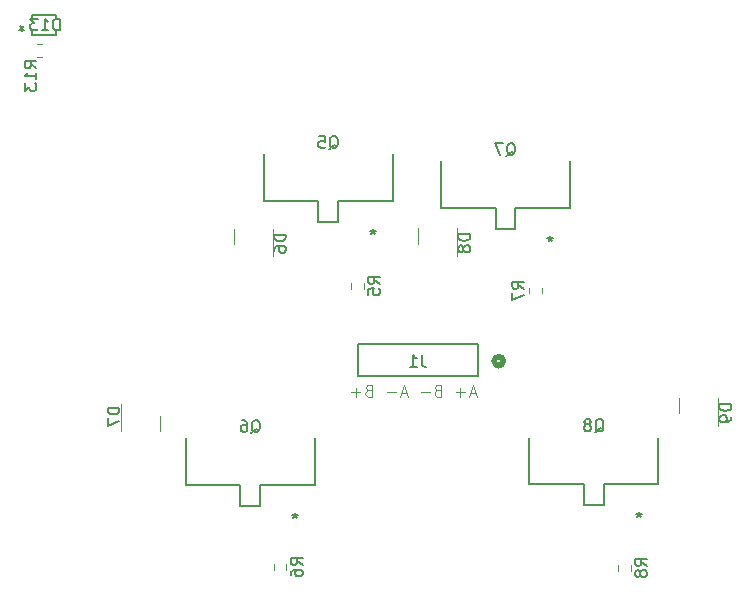
<source format=gbr>
%TF.GenerationSoftware,KiCad,Pcbnew,8.0.0*%
%TF.CreationDate,2025-02-07T11:41:03-03:30*%
%TF.ProjectId,H_Bridges,485f4272-6964-4676-9573-2e6b69636164,rev?*%
%TF.SameCoordinates,Original*%
%TF.FileFunction,Legend,Bot*%
%TF.FilePolarity,Positive*%
%FSLAX46Y46*%
G04 Gerber Fmt 4.6, Leading zero omitted, Abs format (unit mm)*
G04 Created by KiCad (PCBNEW 8.0.0) date 2025-02-07 11:41:03*
%MOMM*%
%LPD*%
G01*
G04 APERTURE LIST*
%ADD10C,0.100000*%
%ADD11C,0.150000*%
%ADD12C,0.120000*%
%ADD13C,0.152400*%
%ADD14C,0.508000*%
G04 APERTURE END LIST*
D10*
X166643734Y-81936704D02*
X166167544Y-81936704D01*
X166738972Y-82222419D02*
X166405639Y-81222419D01*
X166405639Y-81222419D02*
X166072306Y-82222419D01*
X165738972Y-81841466D02*
X164977068Y-81841466D01*
X165358020Y-82222419D02*
X165358020Y-81460514D01*
X163405639Y-81698609D02*
X163262782Y-81746228D01*
X163262782Y-81746228D02*
X163215163Y-81793847D01*
X163215163Y-81793847D02*
X163167544Y-81889085D01*
X163167544Y-81889085D02*
X163167544Y-82031942D01*
X163167544Y-82031942D02*
X163215163Y-82127180D01*
X163215163Y-82127180D02*
X163262782Y-82174800D01*
X163262782Y-82174800D02*
X163358020Y-82222419D01*
X163358020Y-82222419D02*
X163738972Y-82222419D01*
X163738972Y-82222419D02*
X163738972Y-81222419D01*
X163738972Y-81222419D02*
X163405639Y-81222419D01*
X163405639Y-81222419D02*
X163310401Y-81270038D01*
X163310401Y-81270038D02*
X163262782Y-81317657D01*
X163262782Y-81317657D02*
X163215163Y-81412895D01*
X163215163Y-81412895D02*
X163215163Y-81508133D01*
X163215163Y-81508133D02*
X163262782Y-81603371D01*
X163262782Y-81603371D02*
X163310401Y-81650990D01*
X163310401Y-81650990D02*
X163405639Y-81698609D01*
X163405639Y-81698609D02*
X163738972Y-81698609D01*
X162738972Y-81841466D02*
X161977068Y-81841466D01*
X160786591Y-81936704D02*
X160310401Y-81936704D01*
X160881829Y-82222419D02*
X160548496Y-81222419D01*
X160548496Y-81222419D02*
X160215163Y-82222419D01*
X159881829Y-81841466D02*
X159119925Y-81841466D01*
X157548496Y-81698609D02*
X157405639Y-81746228D01*
X157405639Y-81746228D02*
X157358020Y-81793847D01*
X157358020Y-81793847D02*
X157310401Y-81889085D01*
X157310401Y-81889085D02*
X157310401Y-82031942D01*
X157310401Y-82031942D02*
X157358020Y-82127180D01*
X157358020Y-82127180D02*
X157405639Y-82174800D01*
X157405639Y-82174800D02*
X157500877Y-82222419D01*
X157500877Y-82222419D02*
X157881829Y-82222419D01*
X157881829Y-82222419D02*
X157881829Y-81222419D01*
X157881829Y-81222419D02*
X157548496Y-81222419D01*
X157548496Y-81222419D02*
X157453258Y-81270038D01*
X157453258Y-81270038D02*
X157405639Y-81317657D01*
X157405639Y-81317657D02*
X157358020Y-81412895D01*
X157358020Y-81412895D02*
X157358020Y-81508133D01*
X157358020Y-81508133D02*
X157405639Y-81603371D01*
X157405639Y-81603371D02*
X157453258Y-81650990D01*
X157453258Y-81650990D02*
X157548496Y-81698609D01*
X157548496Y-81698609D02*
X157881829Y-81698609D01*
X156881829Y-81841466D02*
X156119925Y-81841466D01*
X156500877Y-82222419D02*
X156500877Y-81460514D01*
D11*
X188284819Y-82861905D02*
X187284819Y-82861905D01*
X187284819Y-82861905D02*
X187284819Y-83100000D01*
X187284819Y-83100000D02*
X187332438Y-83242857D01*
X187332438Y-83242857D02*
X187427676Y-83338095D01*
X187427676Y-83338095D02*
X187522914Y-83385714D01*
X187522914Y-83385714D02*
X187713390Y-83433333D01*
X187713390Y-83433333D02*
X187856247Y-83433333D01*
X187856247Y-83433333D02*
X188046723Y-83385714D01*
X188046723Y-83385714D02*
X188141961Y-83338095D01*
X188141961Y-83338095D02*
X188237200Y-83242857D01*
X188237200Y-83242857D02*
X188284819Y-83100000D01*
X188284819Y-83100000D02*
X188284819Y-82861905D01*
X188284819Y-83909524D02*
X188284819Y-84100000D01*
X188284819Y-84100000D02*
X188237200Y-84195238D01*
X188237200Y-84195238D02*
X188189580Y-84242857D01*
X188189580Y-84242857D02*
X188046723Y-84338095D01*
X188046723Y-84338095D02*
X187856247Y-84385714D01*
X187856247Y-84385714D02*
X187475295Y-84385714D01*
X187475295Y-84385714D02*
X187380057Y-84338095D01*
X187380057Y-84338095D02*
X187332438Y-84290476D01*
X187332438Y-84290476D02*
X187284819Y-84195238D01*
X187284819Y-84195238D02*
X187284819Y-84004762D01*
X187284819Y-84004762D02*
X187332438Y-83909524D01*
X187332438Y-83909524D02*
X187380057Y-83861905D01*
X187380057Y-83861905D02*
X187475295Y-83814286D01*
X187475295Y-83814286D02*
X187713390Y-83814286D01*
X187713390Y-83814286D02*
X187808628Y-83861905D01*
X187808628Y-83861905D02*
X187856247Y-83909524D01*
X187856247Y-83909524D02*
X187903866Y-84004762D01*
X187903866Y-84004762D02*
X187903866Y-84195238D01*
X187903866Y-84195238D02*
X187856247Y-84290476D01*
X187856247Y-84290476D02*
X187808628Y-84338095D01*
X187808628Y-84338095D02*
X187713390Y-84385714D01*
X151984819Y-96483333D02*
X151508628Y-96150000D01*
X151984819Y-95911905D02*
X150984819Y-95911905D01*
X150984819Y-95911905D02*
X150984819Y-96292857D01*
X150984819Y-96292857D02*
X151032438Y-96388095D01*
X151032438Y-96388095D02*
X151080057Y-96435714D01*
X151080057Y-96435714D02*
X151175295Y-96483333D01*
X151175295Y-96483333D02*
X151318152Y-96483333D01*
X151318152Y-96483333D02*
X151413390Y-96435714D01*
X151413390Y-96435714D02*
X151461009Y-96388095D01*
X151461009Y-96388095D02*
X151508628Y-96292857D01*
X151508628Y-96292857D02*
X151508628Y-95911905D01*
X150984819Y-97340476D02*
X150984819Y-97150000D01*
X150984819Y-97150000D02*
X151032438Y-97054762D01*
X151032438Y-97054762D02*
X151080057Y-97007143D01*
X151080057Y-97007143D02*
X151222914Y-96911905D01*
X151222914Y-96911905D02*
X151413390Y-96864286D01*
X151413390Y-96864286D02*
X151794342Y-96864286D01*
X151794342Y-96864286D02*
X151889580Y-96911905D01*
X151889580Y-96911905D02*
X151937200Y-96959524D01*
X151937200Y-96959524D02*
X151984819Y-97054762D01*
X151984819Y-97054762D02*
X151984819Y-97245238D01*
X151984819Y-97245238D02*
X151937200Y-97340476D01*
X151937200Y-97340476D02*
X151889580Y-97388095D01*
X151889580Y-97388095D02*
X151794342Y-97435714D01*
X151794342Y-97435714D02*
X151556247Y-97435714D01*
X151556247Y-97435714D02*
X151461009Y-97388095D01*
X151461009Y-97388095D02*
X151413390Y-97340476D01*
X151413390Y-97340476D02*
X151365771Y-97245238D01*
X151365771Y-97245238D02*
X151365771Y-97054762D01*
X151365771Y-97054762D02*
X151413390Y-96959524D01*
X151413390Y-96959524D02*
X151461009Y-96911905D01*
X151461009Y-96911905D02*
X151556247Y-96864286D01*
X158534819Y-72683333D02*
X158058628Y-72350000D01*
X158534819Y-72111905D02*
X157534819Y-72111905D01*
X157534819Y-72111905D02*
X157534819Y-72492857D01*
X157534819Y-72492857D02*
X157582438Y-72588095D01*
X157582438Y-72588095D02*
X157630057Y-72635714D01*
X157630057Y-72635714D02*
X157725295Y-72683333D01*
X157725295Y-72683333D02*
X157868152Y-72683333D01*
X157868152Y-72683333D02*
X157963390Y-72635714D01*
X157963390Y-72635714D02*
X158011009Y-72588095D01*
X158011009Y-72588095D02*
X158058628Y-72492857D01*
X158058628Y-72492857D02*
X158058628Y-72111905D01*
X157534819Y-73588095D02*
X157534819Y-73111905D01*
X157534819Y-73111905D02*
X158011009Y-73064286D01*
X158011009Y-73064286D02*
X157963390Y-73111905D01*
X157963390Y-73111905D02*
X157915771Y-73207143D01*
X157915771Y-73207143D02*
X157915771Y-73445238D01*
X157915771Y-73445238D02*
X157963390Y-73540476D01*
X157963390Y-73540476D02*
X158011009Y-73588095D01*
X158011009Y-73588095D02*
X158106247Y-73635714D01*
X158106247Y-73635714D02*
X158344342Y-73635714D01*
X158344342Y-73635714D02*
X158439580Y-73588095D01*
X158439580Y-73588095D02*
X158487200Y-73540476D01*
X158487200Y-73540476D02*
X158534819Y-73445238D01*
X158534819Y-73445238D02*
X158534819Y-73207143D01*
X158534819Y-73207143D02*
X158487200Y-73111905D01*
X158487200Y-73111905D02*
X158439580Y-73064286D01*
X129457419Y-54417142D02*
X128981228Y-54083809D01*
X129457419Y-53845714D02*
X128457419Y-53845714D01*
X128457419Y-53845714D02*
X128457419Y-54226666D01*
X128457419Y-54226666D02*
X128505038Y-54321904D01*
X128505038Y-54321904D02*
X128552657Y-54369523D01*
X128552657Y-54369523D02*
X128647895Y-54417142D01*
X128647895Y-54417142D02*
X128790752Y-54417142D01*
X128790752Y-54417142D02*
X128885990Y-54369523D01*
X128885990Y-54369523D02*
X128933609Y-54321904D01*
X128933609Y-54321904D02*
X128981228Y-54226666D01*
X128981228Y-54226666D02*
X128981228Y-53845714D01*
X129457419Y-55369523D02*
X129457419Y-54798095D01*
X129457419Y-55083809D02*
X128457419Y-55083809D01*
X128457419Y-55083809D02*
X128600276Y-54988571D01*
X128600276Y-54988571D02*
X128695514Y-54893333D01*
X128695514Y-54893333D02*
X128743133Y-54798095D01*
X128457419Y-55702857D02*
X128457419Y-56321904D01*
X128457419Y-56321904D02*
X128838371Y-55988571D01*
X128838371Y-55988571D02*
X128838371Y-56131428D01*
X128838371Y-56131428D02*
X128885990Y-56226666D01*
X128885990Y-56226666D02*
X128933609Y-56274285D01*
X128933609Y-56274285D02*
X129028847Y-56321904D01*
X129028847Y-56321904D02*
X129266942Y-56321904D01*
X129266942Y-56321904D02*
X129362180Y-56274285D01*
X129362180Y-56274285D02*
X129409800Y-56226666D01*
X129409800Y-56226666D02*
X129457419Y-56131428D01*
X129457419Y-56131428D02*
X129457419Y-55845714D01*
X129457419Y-55845714D02*
X129409800Y-55750476D01*
X129409800Y-55750476D02*
X129362180Y-55702857D01*
X162069183Y-78678169D02*
X162069183Y-79392454D01*
X162069183Y-79392454D02*
X162116802Y-79535311D01*
X162116802Y-79535311D02*
X162212040Y-79630550D01*
X162212040Y-79630550D02*
X162354897Y-79678169D01*
X162354897Y-79678169D02*
X162450135Y-79678169D01*
X161069183Y-79678169D02*
X161640611Y-79678169D01*
X161354897Y-79678169D02*
X161354897Y-78678169D01*
X161354897Y-78678169D02*
X161450135Y-78821026D01*
X161450135Y-78821026D02*
X161545373Y-78916264D01*
X161545373Y-78916264D02*
X161640611Y-78963883D01*
X181134819Y-96546033D02*
X180658628Y-96212700D01*
X181134819Y-95974605D02*
X180134819Y-95974605D01*
X180134819Y-95974605D02*
X180134819Y-96355557D01*
X180134819Y-96355557D02*
X180182438Y-96450795D01*
X180182438Y-96450795D02*
X180230057Y-96498414D01*
X180230057Y-96498414D02*
X180325295Y-96546033D01*
X180325295Y-96546033D02*
X180468152Y-96546033D01*
X180468152Y-96546033D02*
X180563390Y-96498414D01*
X180563390Y-96498414D02*
X180611009Y-96450795D01*
X180611009Y-96450795D02*
X180658628Y-96355557D01*
X180658628Y-96355557D02*
X180658628Y-95974605D01*
X180563390Y-97117462D02*
X180515771Y-97022224D01*
X180515771Y-97022224D02*
X180468152Y-96974605D01*
X180468152Y-96974605D02*
X180372914Y-96926986D01*
X180372914Y-96926986D02*
X180325295Y-96926986D01*
X180325295Y-96926986D02*
X180230057Y-96974605D01*
X180230057Y-96974605D02*
X180182438Y-97022224D01*
X180182438Y-97022224D02*
X180134819Y-97117462D01*
X180134819Y-97117462D02*
X180134819Y-97307938D01*
X180134819Y-97307938D02*
X180182438Y-97403176D01*
X180182438Y-97403176D02*
X180230057Y-97450795D01*
X180230057Y-97450795D02*
X180325295Y-97498414D01*
X180325295Y-97498414D02*
X180372914Y-97498414D01*
X180372914Y-97498414D02*
X180468152Y-97450795D01*
X180468152Y-97450795D02*
X180515771Y-97403176D01*
X180515771Y-97403176D02*
X180563390Y-97307938D01*
X180563390Y-97307938D02*
X180563390Y-97117462D01*
X180563390Y-97117462D02*
X180611009Y-97022224D01*
X180611009Y-97022224D02*
X180658628Y-96974605D01*
X180658628Y-96974605D02*
X180753866Y-96926986D01*
X180753866Y-96926986D02*
X180944342Y-96926986D01*
X180944342Y-96926986D02*
X181039580Y-96974605D01*
X181039580Y-96974605D02*
X181087200Y-97022224D01*
X181087200Y-97022224D02*
X181134819Y-97117462D01*
X181134819Y-97117462D02*
X181134819Y-97307938D01*
X181134819Y-97307938D02*
X181087200Y-97403176D01*
X181087200Y-97403176D02*
X181039580Y-97450795D01*
X181039580Y-97450795D02*
X180944342Y-97498414D01*
X180944342Y-97498414D02*
X180753866Y-97498414D01*
X180753866Y-97498414D02*
X180658628Y-97450795D01*
X180658628Y-97450795D02*
X180611009Y-97403176D01*
X180611009Y-97403176D02*
X180563390Y-97307938D01*
X131414285Y-51214819D02*
X131414285Y-50214819D01*
X131414285Y-50214819D02*
X131176190Y-50214819D01*
X131176190Y-50214819D02*
X131033333Y-50262438D01*
X131033333Y-50262438D02*
X130938095Y-50357676D01*
X130938095Y-50357676D02*
X130890476Y-50452914D01*
X130890476Y-50452914D02*
X130842857Y-50643390D01*
X130842857Y-50643390D02*
X130842857Y-50786247D01*
X130842857Y-50786247D02*
X130890476Y-50976723D01*
X130890476Y-50976723D02*
X130938095Y-51071961D01*
X130938095Y-51071961D02*
X131033333Y-51167200D01*
X131033333Y-51167200D02*
X131176190Y-51214819D01*
X131176190Y-51214819D02*
X131414285Y-51214819D01*
X129890476Y-51214819D02*
X130461904Y-51214819D01*
X130176190Y-51214819D02*
X130176190Y-50214819D01*
X130176190Y-50214819D02*
X130271428Y-50357676D01*
X130271428Y-50357676D02*
X130366666Y-50452914D01*
X130366666Y-50452914D02*
X130461904Y-50500533D01*
X129557142Y-50214819D02*
X128938095Y-50214819D01*
X128938095Y-50214819D02*
X129271428Y-50595771D01*
X129271428Y-50595771D02*
X129128571Y-50595771D01*
X129128571Y-50595771D02*
X129033333Y-50643390D01*
X129033333Y-50643390D02*
X128985714Y-50691009D01*
X128985714Y-50691009D02*
X128938095Y-50786247D01*
X128938095Y-50786247D02*
X128938095Y-51024342D01*
X128938095Y-51024342D02*
X128985714Y-51119580D01*
X128985714Y-51119580D02*
X129033333Y-51167200D01*
X129033333Y-51167200D02*
X129128571Y-51214819D01*
X129128571Y-51214819D02*
X129414285Y-51214819D01*
X129414285Y-51214819D02*
X129509523Y-51167200D01*
X129509523Y-51167200D02*
X129557142Y-51119580D01*
X128195000Y-51305180D02*
X128195000Y-51067085D01*
X127956905Y-51162323D02*
X128195000Y-51067085D01*
X128195000Y-51067085D02*
X128433095Y-51162323D01*
X128052143Y-50876609D02*
X128195000Y-51067085D01*
X128195000Y-51067085D02*
X128337857Y-50876609D01*
X128195000Y-51305180D02*
X128195000Y-51067085D01*
X127956905Y-51162323D02*
X128195000Y-51067085D01*
X128195000Y-51067085D02*
X128433095Y-51162323D01*
X128052143Y-50876609D02*
X128195000Y-51067085D01*
X128195000Y-51067085D02*
X128337857Y-50876609D01*
X147645238Y-85302257D02*
X147740476Y-85254638D01*
X147740476Y-85254638D02*
X147835714Y-85159400D01*
X147835714Y-85159400D02*
X147978571Y-85016542D01*
X147978571Y-85016542D02*
X148073809Y-84968923D01*
X148073809Y-84968923D02*
X148169047Y-84968923D01*
X148121428Y-85207019D02*
X148216666Y-85159400D01*
X148216666Y-85159400D02*
X148311904Y-85064161D01*
X148311904Y-85064161D02*
X148359523Y-84873685D01*
X148359523Y-84873685D02*
X148359523Y-84540352D01*
X148359523Y-84540352D02*
X148311904Y-84349876D01*
X148311904Y-84349876D02*
X148216666Y-84254638D01*
X148216666Y-84254638D02*
X148121428Y-84207019D01*
X148121428Y-84207019D02*
X147930952Y-84207019D01*
X147930952Y-84207019D02*
X147835714Y-84254638D01*
X147835714Y-84254638D02*
X147740476Y-84349876D01*
X147740476Y-84349876D02*
X147692857Y-84540352D01*
X147692857Y-84540352D02*
X147692857Y-84873685D01*
X147692857Y-84873685D02*
X147740476Y-85064161D01*
X147740476Y-85064161D02*
X147835714Y-85159400D01*
X147835714Y-85159400D02*
X147930952Y-85207019D01*
X147930952Y-85207019D02*
X148121428Y-85207019D01*
X146835714Y-84207019D02*
X147026190Y-84207019D01*
X147026190Y-84207019D02*
X147121428Y-84254638D01*
X147121428Y-84254638D02*
X147169047Y-84302257D01*
X147169047Y-84302257D02*
X147264285Y-84445114D01*
X147264285Y-84445114D02*
X147311904Y-84635590D01*
X147311904Y-84635590D02*
X147311904Y-85016542D01*
X147311904Y-85016542D02*
X147264285Y-85111780D01*
X147264285Y-85111780D02*
X147216666Y-85159400D01*
X147216666Y-85159400D02*
X147121428Y-85207019D01*
X147121428Y-85207019D02*
X146930952Y-85207019D01*
X146930952Y-85207019D02*
X146835714Y-85159400D01*
X146835714Y-85159400D02*
X146788095Y-85111780D01*
X146788095Y-85111780D02*
X146740476Y-85016542D01*
X146740476Y-85016542D02*
X146740476Y-84778447D01*
X146740476Y-84778447D02*
X146788095Y-84683209D01*
X146788095Y-84683209D02*
X146835714Y-84635590D01*
X146835714Y-84635590D02*
X146930952Y-84587971D01*
X146930952Y-84587971D02*
X147121428Y-84587971D01*
X147121428Y-84587971D02*
X147216666Y-84635590D01*
X147216666Y-84635590D02*
X147264285Y-84683209D01*
X147264285Y-84683209D02*
X147311904Y-84778447D01*
X151359999Y-92081019D02*
X151359999Y-92319114D01*
X151598094Y-92223876D02*
X151359999Y-92319114D01*
X151359999Y-92319114D02*
X151121904Y-92223876D01*
X151502856Y-92509590D02*
X151359999Y-92319114D01*
X151359999Y-92319114D02*
X151217142Y-92509590D01*
X151359999Y-92081019D02*
X151359999Y-92319114D01*
X151598094Y-92223876D02*
X151359999Y-92319114D01*
X151359999Y-92319114D02*
X151121904Y-92223876D01*
X151502856Y-92509590D02*
X151359999Y-92319114D01*
X151359999Y-92319114D02*
X151217142Y-92509590D01*
X136474819Y-83161905D02*
X135474819Y-83161905D01*
X135474819Y-83161905D02*
X135474819Y-83400000D01*
X135474819Y-83400000D02*
X135522438Y-83542857D01*
X135522438Y-83542857D02*
X135617676Y-83638095D01*
X135617676Y-83638095D02*
X135712914Y-83685714D01*
X135712914Y-83685714D02*
X135903390Y-83733333D01*
X135903390Y-83733333D02*
X136046247Y-83733333D01*
X136046247Y-83733333D02*
X136236723Y-83685714D01*
X136236723Y-83685714D02*
X136331961Y-83638095D01*
X136331961Y-83638095D02*
X136427200Y-83542857D01*
X136427200Y-83542857D02*
X136474819Y-83400000D01*
X136474819Y-83400000D02*
X136474819Y-83161905D01*
X135474819Y-84066667D02*
X135474819Y-84733333D01*
X135474819Y-84733333D02*
X136474819Y-84304762D01*
X176745238Y-85250057D02*
X176840476Y-85202438D01*
X176840476Y-85202438D02*
X176935714Y-85107200D01*
X176935714Y-85107200D02*
X177078571Y-84964342D01*
X177078571Y-84964342D02*
X177173809Y-84916723D01*
X177173809Y-84916723D02*
X177269047Y-84916723D01*
X177221428Y-85154819D02*
X177316666Y-85107200D01*
X177316666Y-85107200D02*
X177411904Y-85011961D01*
X177411904Y-85011961D02*
X177459523Y-84821485D01*
X177459523Y-84821485D02*
X177459523Y-84488152D01*
X177459523Y-84488152D02*
X177411904Y-84297676D01*
X177411904Y-84297676D02*
X177316666Y-84202438D01*
X177316666Y-84202438D02*
X177221428Y-84154819D01*
X177221428Y-84154819D02*
X177030952Y-84154819D01*
X177030952Y-84154819D02*
X176935714Y-84202438D01*
X176935714Y-84202438D02*
X176840476Y-84297676D01*
X176840476Y-84297676D02*
X176792857Y-84488152D01*
X176792857Y-84488152D02*
X176792857Y-84821485D01*
X176792857Y-84821485D02*
X176840476Y-85011961D01*
X176840476Y-85011961D02*
X176935714Y-85107200D01*
X176935714Y-85107200D02*
X177030952Y-85154819D01*
X177030952Y-85154819D02*
X177221428Y-85154819D01*
X176221428Y-84583390D02*
X176316666Y-84535771D01*
X176316666Y-84535771D02*
X176364285Y-84488152D01*
X176364285Y-84488152D02*
X176411904Y-84392914D01*
X176411904Y-84392914D02*
X176411904Y-84345295D01*
X176411904Y-84345295D02*
X176364285Y-84250057D01*
X176364285Y-84250057D02*
X176316666Y-84202438D01*
X176316666Y-84202438D02*
X176221428Y-84154819D01*
X176221428Y-84154819D02*
X176030952Y-84154819D01*
X176030952Y-84154819D02*
X175935714Y-84202438D01*
X175935714Y-84202438D02*
X175888095Y-84250057D01*
X175888095Y-84250057D02*
X175840476Y-84345295D01*
X175840476Y-84345295D02*
X175840476Y-84392914D01*
X175840476Y-84392914D02*
X175888095Y-84488152D01*
X175888095Y-84488152D02*
X175935714Y-84535771D01*
X175935714Y-84535771D02*
X176030952Y-84583390D01*
X176030952Y-84583390D02*
X176221428Y-84583390D01*
X176221428Y-84583390D02*
X176316666Y-84631009D01*
X176316666Y-84631009D02*
X176364285Y-84678628D01*
X176364285Y-84678628D02*
X176411904Y-84773866D01*
X176411904Y-84773866D02*
X176411904Y-84964342D01*
X176411904Y-84964342D02*
X176364285Y-85059580D01*
X176364285Y-85059580D02*
X176316666Y-85107200D01*
X176316666Y-85107200D02*
X176221428Y-85154819D01*
X176221428Y-85154819D02*
X176030952Y-85154819D01*
X176030952Y-85154819D02*
X175935714Y-85107200D01*
X175935714Y-85107200D02*
X175888095Y-85059580D01*
X175888095Y-85059580D02*
X175840476Y-84964342D01*
X175840476Y-84964342D02*
X175840476Y-84773866D01*
X175840476Y-84773866D02*
X175888095Y-84678628D01*
X175888095Y-84678628D02*
X175935714Y-84631009D01*
X175935714Y-84631009D02*
X176030952Y-84583390D01*
X180459999Y-92028819D02*
X180459999Y-92266914D01*
X180698094Y-92171676D02*
X180459999Y-92266914D01*
X180459999Y-92266914D02*
X180221904Y-92171676D01*
X180602856Y-92457390D02*
X180459999Y-92266914D01*
X180459999Y-92266914D02*
X180317142Y-92457390D01*
X180459999Y-92028819D02*
X180459999Y-92266914D01*
X180698094Y-92171676D02*
X180459999Y-92266914D01*
X180459999Y-92266914D02*
X180221904Y-92171676D01*
X180602856Y-92457390D02*
X180459999Y-92266914D01*
X180459999Y-92266914D02*
X180317142Y-92457390D01*
X166175569Y-68472655D02*
X165175569Y-68472655D01*
X165175569Y-68472655D02*
X165175569Y-68710750D01*
X165175569Y-68710750D02*
X165223188Y-68853607D01*
X165223188Y-68853607D02*
X165318426Y-68948845D01*
X165318426Y-68948845D02*
X165413664Y-68996464D01*
X165413664Y-68996464D02*
X165604140Y-69044083D01*
X165604140Y-69044083D02*
X165746997Y-69044083D01*
X165746997Y-69044083D02*
X165937473Y-68996464D01*
X165937473Y-68996464D02*
X166032711Y-68948845D01*
X166032711Y-68948845D02*
X166127950Y-68853607D01*
X166127950Y-68853607D02*
X166175569Y-68710750D01*
X166175569Y-68710750D02*
X166175569Y-68472655D01*
X165604140Y-69615512D02*
X165556521Y-69520274D01*
X165556521Y-69520274D02*
X165508902Y-69472655D01*
X165508902Y-69472655D02*
X165413664Y-69425036D01*
X165413664Y-69425036D02*
X165366045Y-69425036D01*
X165366045Y-69425036D02*
X165270807Y-69472655D01*
X165270807Y-69472655D02*
X165223188Y-69520274D01*
X165223188Y-69520274D02*
X165175569Y-69615512D01*
X165175569Y-69615512D02*
X165175569Y-69805988D01*
X165175569Y-69805988D02*
X165223188Y-69901226D01*
X165223188Y-69901226D02*
X165270807Y-69948845D01*
X165270807Y-69948845D02*
X165366045Y-69996464D01*
X165366045Y-69996464D02*
X165413664Y-69996464D01*
X165413664Y-69996464D02*
X165508902Y-69948845D01*
X165508902Y-69948845D02*
X165556521Y-69901226D01*
X165556521Y-69901226D02*
X165604140Y-69805988D01*
X165604140Y-69805988D02*
X165604140Y-69615512D01*
X165604140Y-69615512D02*
X165651759Y-69520274D01*
X165651759Y-69520274D02*
X165699378Y-69472655D01*
X165699378Y-69472655D02*
X165794616Y-69425036D01*
X165794616Y-69425036D02*
X165985092Y-69425036D01*
X165985092Y-69425036D02*
X166080330Y-69472655D01*
X166080330Y-69472655D02*
X166127950Y-69520274D01*
X166127950Y-69520274D02*
X166175569Y-69615512D01*
X166175569Y-69615512D02*
X166175569Y-69805988D01*
X166175569Y-69805988D02*
X166127950Y-69901226D01*
X166127950Y-69901226D02*
X166080330Y-69948845D01*
X166080330Y-69948845D02*
X165985092Y-69996464D01*
X165985092Y-69996464D02*
X165794616Y-69996464D01*
X165794616Y-69996464D02*
X165699378Y-69948845D01*
X165699378Y-69948845D02*
X165651759Y-69901226D01*
X165651759Y-69901226D02*
X165604140Y-69805988D01*
X170724819Y-73083333D02*
X170248628Y-72750000D01*
X170724819Y-72511905D02*
X169724819Y-72511905D01*
X169724819Y-72511905D02*
X169724819Y-72892857D01*
X169724819Y-72892857D02*
X169772438Y-72988095D01*
X169772438Y-72988095D02*
X169820057Y-73035714D01*
X169820057Y-73035714D02*
X169915295Y-73083333D01*
X169915295Y-73083333D02*
X170058152Y-73083333D01*
X170058152Y-73083333D02*
X170153390Y-73035714D01*
X170153390Y-73035714D02*
X170201009Y-72988095D01*
X170201009Y-72988095D02*
X170248628Y-72892857D01*
X170248628Y-72892857D02*
X170248628Y-72511905D01*
X169724819Y-73416667D02*
X169724819Y-74083333D01*
X169724819Y-74083333D02*
X170724819Y-73654762D01*
X154235988Y-61268007D02*
X154331226Y-61220388D01*
X154331226Y-61220388D02*
X154426464Y-61125150D01*
X154426464Y-61125150D02*
X154569321Y-60982292D01*
X154569321Y-60982292D02*
X154664559Y-60934673D01*
X154664559Y-60934673D02*
X154759797Y-60934673D01*
X154712178Y-61172769D02*
X154807416Y-61125150D01*
X154807416Y-61125150D02*
X154902654Y-61029911D01*
X154902654Y-61029911D02*
X154950273Y-60839435D01*
X154950273Y-60839435D02*
X154950273Y-60506102D01*
X154950273Y-60506102D02*
X154902654Y-60315626D01*
X154902654Y-60315626D02*
X154807416Y-60220388D01*
X154807416Y-60220388D02*
X154712178Y-60172769D01*
X154712178Y-60172769D02*
X154521702Y-60172769D01*
X154521702Y-60172769D02*
X154426464Y-60220388D01*
X154426464Y-60220388D02*
X154331226Y-60315626D01*
X154331226Y-60315626D02*
X154283607Y-60506102D01*
X154283607Y-60506102D02*
X154283607Y-60839435D01*
X154283607Y-60839435D02*
X154331226Y-61029911D01*
X154331226Y-61029911D02*
X154426464Y-61125150D01*
X154426464Y-61125150D02*
X154521702Y-61172769D01*
X154521702Y-61172769D02*
X154712178Y-61172769D01*
X153378845Y-60172769D02*
X153855035Y-60172769D01*
X153855035Y-60172769D02*
X153902654Y-60648959D01*
X153902654Y-60648959D02*
X153855035Y-60601340D01*
X153855035Y-60601340D02*
X153759797Y-60553721D01*
X153759797Y-60553721D02*
X153521702Y-60553721D01*
X153521702Y-60553721D02*
X153426464Y-60601340D01*
X153426464Y-60601340D02*
X153378845Y-60648959D01*
X153378845Y-60648959D02*
X153331226Y-60744197D01*
X153331226Y-60744197D02*
X153331226Y-60982292D01*
X153331226Y-60982292D02*
X153378845Y-61077530D01*
X153378845Y-61077530D02*
X153426464Y-61125150D01*
X153426464Y-61125150D02*
X153521702Y-61172769D01*
X153521702Y-61172769D02*
X153759797Y-61172769D01*
X153759797Y-61172769D02*
X153855035Y-61125150D01*
X153855035Y-61125150D02*
X153902654Y-61077530D01*
X157950749Y-68046769D02*
X157950749Y-68284864D01*
X158188844Y-68189626D02*
X157950749Y-68284864D01*
X157950749Y-68284864D02*
X157712654Y-68189626D01*
X158093606Y-68475340D02*
X157950749Y-68284864D01*
X157950749Y-68284864D02*
X157807892Y-68475340D01*
X157950749Y-68046769D02*
X157950749Y-68284864D01*
X158188844Y-68189626D02*
X157950749Y-68284864D01*
X157950749Y-68284864D02*
X157712654Y-68189626D01*
X158093606Y-68475340D02*
X157950749Y-68284864D01*
X157950749Y-68284864D02*
X157807892Y-68475340D01*
X169245238Y-61850057D02*
X169340476Y-61802438D01*
X169340476Y-61802438D02*
X169435714Y-61707200D01*
X169435714Y-61707200D02*
X169578571Y-61564342D01*
X169578571Y-61564342D02*
X169673809Y-61516723D01*
X169673809Y-61516723D02*
X169769047Y-61516723D01*
X169721428Y-61754819D02*
X169816666Y-61707200D01*
X169816666Y-61707200D02*
X169911904Y-61611961D01*
X169911904Y-61611961D02*
X169959523Y-61421485D01*
X169959523Y-61421485D02*
X169959523Y-61088152D01*
X169959523Y-61088152D02*
X169911904Y-60897676D01*
X169911904Y-60897676D02*
X169816666Y-60802438D01*
X169816666Y-60802438D02*
X169721428Y-60754819D01*
X169721428Y-60754819D02*
X169530952Y-60754819D01*
X169530952Y-60754819D02*
X169435714Y-60802438D01*
X169435714Y-60802438D02*
X169340476Y-60897676D01*
X169340476Y-60897676D02*
X169292857Y-61088152D01*
X169292857Y-61088152D02*
X169292857Y-61421485D01*
X169292857Y-61421485D02*
X169340476Y-61611961D01*
X169340476Y-61611961D02*
X169435714Y-61707200D01*
X169435714Y-61707200D02*
X169530952Y-61754819D01*
X169530952Y-61754819D02*
X169721428Y-61754819D01*
X168959523Y-60754819D02*
X168292857Y-60754819D01*
X168292857Y-60754819D02*
X168721428Y-61754819D01*
X172959999Y-68628819D02*
X172959999Y-68866914D01*
X173198094Y-68771676D02*
X172959999Y-68866914D01*
X172959999Y-68866914D02*
X172721904Y-68771676D01*
X173102856Y-69057390D02*
X172959999Y-68866914D01*
X172959999Y-68866914D02*
X172817142Y-69057390D01*
X172959999Y-68628819D02*
X172959999Y-68866914D01*
X173198094Y-68771676D02*
X172959999Y-68866914D01*
X172959999Y-68866914D02*
X172721904Y-68771676D01*
X173102856Y-69057390D02*
X172959999Y-68866914D01*
X172959999Y-68866914D02*
X172817142Y-69057390D01*
X150575569Y-68502655D02*
X149575569Y-68502655D01*
X149575569Y-68502655D02*
X149575569Y-68740750D01*
X149575569Y-68740750D02*
X149623188Y-68883607D01*
X149623188Y-68883607D02*
X149718426Y-68978845D01*
X149718426Y-68978845D02*
X149813664Y-69026464D01*
X149813664Y-69026464D02*
X150004140Y-69074083D01*
X150004140Y-69074083D02*
X150146997Y-69074083D01*
X150146997Y-69074083D02*
X150337473Y-69026464D01*
X150337473Y-69026464D02*
X150432711Y-68978845D01*
X150432711Y-68978845D02*
X150527950Y-68883607D01*
X150527950Y-68883607D02*
X150575569Y-68740750D01*
X150575569Y-68740750D02*
X150575569Y-68502655D01*
X149575569Y-69931226D02*
X149575569Y-69740750D01*
X149575569Y-69740750D02*
X149623188Y-69645512D01*
X149623188Y-69645512D02*
X149670807Y-69597893D01*
X149670807Y-69597893D02*
X149813664Y-69502655D01*
X149813664Y-69502655D02*
X150004140Y-69455036D01*
X150004140Y-69455036D02*
X150385092Y-69455036D01*
X150385092Y-69455036D02*
X150480330Y-69502655D01*
X150480330Y-69502655D02*
X150527950Y-69550274D01*
X150527950Y-69550274D02*
X150575569Y-69645512D01*
X150575569Y-69645512D02*
X150575569Y-69835988D01*
X150575569Y-69835988D02*
X150527950Y-69931226D01*
X150527950Y-69931226D02*
X150480330Y-69978845D01*
X150480330Y-69978845D02*
X150385092Y-70026464D01*
X150385092Y-70026464D02*
X150146997Y-70026464D01*
X150146997Y-70026464D02*
X150051759Y-69978845D01*
X150051759Y-69978845D02*
X150004140Y-69931226D01*
X150004140Y-69931226D02*
X149956521Y-69835988D01*
X149956521Y-69835988D02*
X149956521Y-69645512D01*
X149956521Y-69645512D02*
X150004140Y-69550274D01*
X150004140Y-69550274D02*
X150051759Y-69502655D01*
X150051759Y-69502655D02*
X150146997Y-69455036D01*
D12*
%TO.C,D9*%
X183900000Y-82350000D02*
X183900000Y-83000000D01*
X183900000Y-83650000D02*
X183900000Y-83000000D01*
X187200000Y-82350000D02*
X187200000Y-83000000D01*
X187200000Y-84675000D02*
X187200000Y-83000000D01*
%TO.C,R6*%
X149577500Y-96412742D02*
X149577500Y-96887258D01*
X150622500Y-96412742D02*
X150622500Y-96887258D01*
%TO.C,R5*%
X156127500Y-72612742D02*
X156127500Y-73087258D01*
X157172500Y-72612742D02*
X157172500Y-73087258D01*
%TO.C,R13*%
X129939858Y-52387500D02*
X129465342Y-52387500D01*
X129939858Y-53432500D02*
X129465342Y-53432500D01*
D13*
%TO.C,J1*%
X156655850Y-77746350D02*
X156658649Y-80467950D01*
X156658649Y-80467950D02*
X166818649Y-80467950D01*
X166815850Y-77746350D02*
X156655850Y-77746350D01*
X166818649Y-80467950D02*
X166815850Y-77746350D01*
D14*
X168974850Y-79223350D02*
G75*
G02*
X168212850Y-79223350I-381000J0D01*
G01*
X168212850Y-79223350D02*
G75*
G02*
X168974850Y-79223350I381000J0D01*
G01*
D12*
%TO.C,R8*%
X178727500Y-96475442D02*
X178727500Y-96949958D01*
X179772500Y-96475442D02*
X179772500Y-96949958D01*
D13*
%TO.C,D13*%
X129071300Y-49934500D02*
X129071300Y-50249460D01*
X129071300Y-51270540D02*
X129071300Y-51585500D01*
X129071300Y-51585500D02*
X131128700Y-51585500D01*
X131128700Y-49934500D02*
X129071300Y-49934500D01*
X131128700Y-50249460D02*
X131128700Y-49934500D01*
X131128700Y-51585500D02*
X131128700Y-51270540D01*
%TO.C,Q6*%
X142089000Y-85754849D02*
X142089000Y-89705200D01*
X142089000Y-89705200D02*
X146724500Y-89705200D01*
X146724500Y-89705200D02*
X146724500Y-91483200D01*
X146724500Y-91483200D02*
X148375500Y-91483200D01*
X148375500Y-89705200D02*
X153011000Y-89705200D01*
X148375500Y-91483200D02*
X148375500Y-89705200D01*
X153011000Y-89705200D02*
X153011000Y-85754849D01*
D12*
%TO.C,D7*%
X136650000Y-82825000D02*
X136650000Y-84500000D01*
X136650000Y-85150000D02*
X136650000Y-84500000D01*
X139950000Y-83850000D02*
X139950000Y-84500000D01*
X139950000Y-85150000D02*
X139950000Y-84500000D01*
D13*
%TO.C,Q8*%
X171189000Y-85702649D02*
X171189000Y-89653000D01*
X171189000Y-89653000D02*
X175824500Y-89653000D01*
X175824500Y-89653000D02*
X175824500Y-91431000D01*
X175824500Y-91431000D02*
X177475500Y-91431000D01*
X177475500Y-89653000D02*
X182111000Y-89653000D01*
X177475500Y-91431000D02*
X177475500Y-89653000D01*
X182111000Y-89653000D02*
X182111000Y-85702649D01*
D12*
%TO.C,D8*%
X161790750Y-67960750D02*
X161790750Y-68610750D01*
X161790750Y-69260750D02*
X161790750Y-68610750D01*
X165090750Y-67960750D02*
X165090750Y-68610750D01*
X165090750Y-70285750D02*
X165090750Y-68610750D01*
%TO.C,R7*%
X171177500Y-73487258D02*
X171177500Y-73012742D01*
X172222500Y-73487258D02*
X172222500Y-73012742D01*
D13*
%TO.C,Q5*%
X148679750Y-61720599D02*
X148679750Y-65670950D01*
X148679750Y-65670950D02*
X153315250Y-65670950D01*
X153315250Y-65670950D02*
X153315250Y-67448950D01*
X153315250Y-67448950D02*
X154966250Y-67448950D01*
X154966250Y-65670950D02*
X159601750Y-65670950D01*
X154966250Y-67448950D02*
X154966250Y-65670950D01*
X159601750Y-65670950D02*
X159601750Y-61720599D01*
%TO.C,Q7*%
X163689000Y-62302649D02*
X163689000Y-66253000D01*
X163689000Y-66253000D02*
X168324500Y-66253000D01*
X168324500Y-66253000D02*
X168324500Y-68031000D01*
X168324500Y-68031000D02*
X169975500Y-68031000D01*
X169975500Y-66253000D02*
X174611000Y-66253000D01*
X169975500Y-68031000D02*
X169975500Y-66253000D01*
X174611000Y-66253000D02*
X174611000Y-62302649D01*
D12*
%TO.C,D6*%
X146190750Y-67990750D02*
X146190750Y-68640750D01*
X146190750Y-69290750D02*
X146190750Y-68640750D01*
X149490750Y-67990750D02*
X149490750Y-68640750D01*
X149490750Y-70315750D02*
X149490750Y-68640750D01*
%TD*%
M02*

</source>
